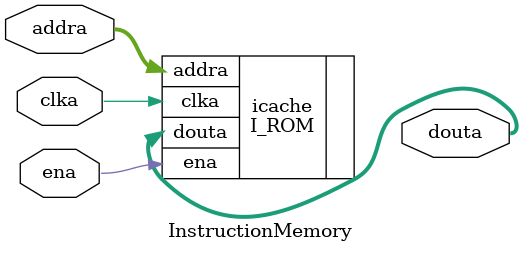
<source format=v>
`timescale 1ns / 1ps
module InstructionMemory(clka, ena, addra, douta);

input clka;
input ena;
input [31 : 0] addra;
output [31 : 0] douta;

I_ROM icache(.clka(clka), .ena(ena), .addra(addra), .douta(douta));

endmodule

</source>
